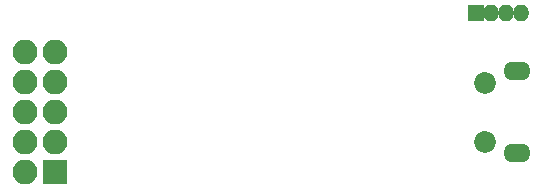
<source format=gbr>
G04 #@! TF.GenerationSoftware,KiCad,Pcbnew,(5.0-dev-4069-g322ce84fb)*
G04 #@! TF.CreationDate,2018-04-09T14:07:30+08:00*
G04 #@! TF.ProjectId,ZZQDap,5A5A514461702E6B696361645F706362,rev?*
G04 #@! TF.SameCoordinates,Original*
G04 #@! TF.FileFunction,Soldermask,Bot*
G04 #@! TF.FilePolarity,Negative*
%FSLAX46Y46*%
G04 Gerber Fmt 4.6, Leading zero omitted, Abs format (unit mm)*
G04 Created by KiCad (PCBNEW (5.0-dev-4069-g322ce84fb)) date 04/09/18 14:07:30*
%MOMM*%
%LPD*%
G01*
G04 APERTURE LIST*
%ADD10O,2.300000X1.600000*%
%ADD11C,1.850000*%
%ADD12O,2.100000X2.100000*%
%ADD13R,2.100000X2.100000*%
%ADD14O,1.400000X1.400000*%
%ADD15R,1.400000X1.400000*%
G04 APERTURE END LIST*
D10*
X143500000Y-106500000D03*
X143500000Y-113500000D03*
D11*
X140800000Y-107500000D03*
X140800000Y-112500000D03*
D12*
X101860000Y-104920000D03*
X104400000Y-104920000D03*
X101860000Y-107460000D03*
X104400000Y-107460000D03*
X101860000Y-110000000D03*
X104400000Y-110000000D03*
X101860000Y-112540000D03*
X104400000Y-112540000D03*
X101860000Y-115080000D03*
D13*
X104400000Y-115080000D03*
D14*
X143810000Y-101600000D03*
X142540000Y-101600000D03*
X141270000Y-101600000D03*
D15*
X140000000Y-101600000D03*
M02*

</source>
